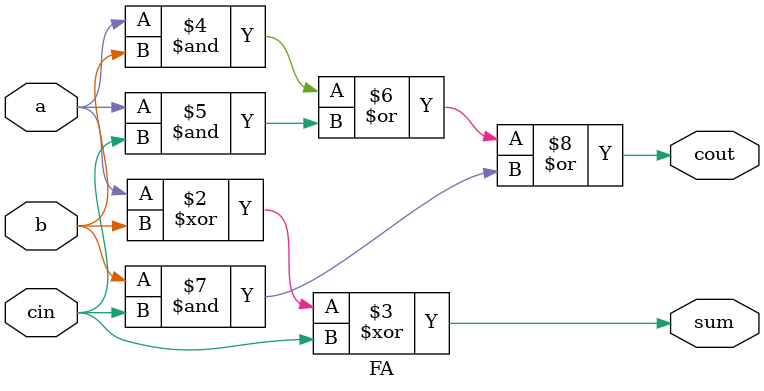
<source format=v>
/*full adder*/
module FA(a,b,cin,sum,cout);
input a,b, cin;
output sum,cout;
reg sum,cout;

always @(a or b or cin)
 begin 
  sum = a ^ b ^ cin;
  cout = (a&b) | (a & cin) | (b & cin);
 end
endmodule




</source>
